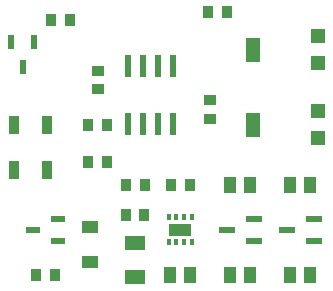
<source format=gtp>
G04 EAGLE Gerber RS-274X export*
G75*
%MOMM*%
%FSLAX34Y34*%
%LPD*%
%INTop Paste*%
%IPPOS*%
%AMOC8*
5,1,8,0,0,1.08239X$1,22.5*%
G01*
%ADD10R,0.980200X0.920900*%
%ADD11R,1.136100X1.379100*%
%ADD12R,1.815300X1.195500*%
%ADD13R,0.920900X0.980200*%
%ADD14R,0.960000X1.511800*%
%ADD15R,0.597100X1.148500*%
%ADD16R,1.300000X2.000000*%
%ADD17R,1.300000X1.300000*%
%ADD18R,0.870900X0.979100*%
%ADD19R,0.599100X1.971600*%
%ADD20R,0.400000X0.500000*%
%ADD21R,1.900000X1.100000*%
%ADD22R,1.400000X0.600000*%
%ADD23R,1.148500X0.597100*%
%ADD24R,1.361200X1.114600*%
%ADD25R,0.979100X0.870900*%


D10*
X107950Y337946D03*
X107950Y322454D03*
D11*
X237065Y165100D03*
X220135Y165100D03*
X237065Y241300D03*
X220135Y241300D03*
X287865Y165100D03*
X270935Y165100D03*
X287865Y241300D03*
X270935Y241300D03*
D12*
X139700Y163201D03*
X139700Y192399D03*
D11*
X169335Y165100D03*
X186265Y165100D03*
D13*
X147446Y215900D03*
X131954Y215900D03*
D14*
X36954Y292100D03*
X64646Y292100D03*
X36954Y254000D03*
X64646Y254000D03*
D15*
X53950Y362398D03*
X34950Y362398D03*
X44450Y341182D03*
D16*
X239200Y355600D03*
D17*
X294200Y367100D03*
X294200Y344100D03*
D18*
X169804Y241300D03*
X185796Y241300D03*
X131704Y241300D03*
X147696Y241300D03*
D16*
X239200Y292100D03*
D17*
X294200Y303600D03*
X294200Y280600D03*
D18*
X217546Y387350D03*
X201554Y387350D03*
X84196Y381000D03*
X68204Y381000D03*
X99954Y292100D03*
X115946Y292100D03*
X99954Y260350D03*
X115946Y260350D03*
D19*
X133350Y292783D03*
X146050Y292783D03*
X158750Y292783D03*
X171450Y292783D03*
X171450Y342217D03*
X158750Y342217D03*
X146050Y342217D03*
X133350Y342217D03*
D20*
X168050Y192700D03*
X174550Y192700D03*
X181050Y192700D03*
X187550Y192700D03*
X187550Y213700D03*
X181050Y213700D03*
X174550Y213700D03*
X168050Y213700D03*
D21*
X177800Y203200D03*
D22*
X240100Y193700D03*
X240100Y212700D03*
X217100Y203200D03*
X290900Y193700D03*
X290900Y212700D03*
X267900Y203200D03*
D23*
X74108Y193700D03*
X74108Y212700D03*
X52892Y203200D03*
D24*
X101600Y205504D03*
X101600Y175496D03*
D18*
X71496Y165100D03*
X55504Y165100D03*
D25*
X203200Y312796D03*
X203200Y296804D03*
M02*

</source>
